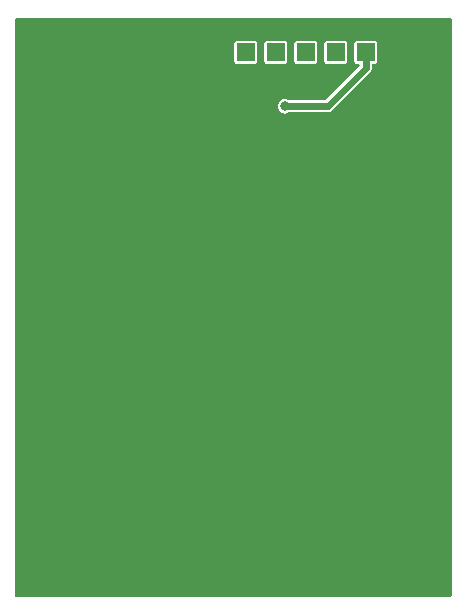
<source format=gbr>
%TF.GenerationSoftware,KiCad,Pcbnew,6.0.4-6f826c9f35~116~ubuntu20.04.1*%
%TF.CreationDate,2023-08-03T19:42:45+00:00*%
%TF.ProjectId,SPACEDOS02B_PCB02A,53504143-4544-44f5-9330-32425f504342,REV*%
%TF.SameCoordinates,Original*%
%TF.FileFunction,Copper,L1,Top*%
%TF.FilePolarity,Positive*%
%FSLAX46Y46*%
G04 Gerber Fmt 4.6, Leading zero omitted, Abs format (unit mm)*
G04 Created by KiCad (PCBNEW 6.0.4-6f826c9f35~116~ubuntu20.04.1) date 2023-08-03 19:42:45*
%MOMM*%
%LPD*%
G01*
G04 APERTURE LIST*
%TA.AperFunction,ComponentPad*%
%ADD10R,1.524000X1.524000*%
%TD*%
%TA.AperFunction,ViaPad*%
%ADD11C,0.800000*%
%TD*%
%TA.AperFunction,Conductor*%
%ADD12C,0.600000*%
%TD*%
G04 APERTURE END LIST*
D10*
%TO.P,J21,1*%
%TO.N,Net-(J21-Pad1)*%
X146491000Y-66578000D03*
%TD*%
%TO.P,J23,1*%
%TO.N,Net-(J23-Pad1)*%
X143951000Y-66578000D03*
%TD*%
%TO.P,J24,1*%
%TO.N,/cpu/SD_VDD3*%
X149031000Y-66578000D03*
%TD*%
%TO.P,J25,1*%
%TO.N,Net-(J25-Pad1)*%
X138871000Y-66578000D03*
%TD*%
%TO.P,J26,1*%
%TO.N,Net-(J26-Pad1)*%
X141411000Y-66578000D03*
%TD*%
%TO.P,J27,1*%
%TO.N,GND*%
X151571000Y-66578000D03*
%TD*%
D11*
%TO.N,/cpu/SD_VDD3*%
X142173000Y-71150000D03*
%TD*%
D12*
%TO.N,/cpu/SD_VDD3*%
X142738685Y-71150000D02*
X142173000Y-71150000D01*
X149031000Y-66578000D02*
X149031000Y-67940000D01*
X145821000Y-71150000D02*
X142738685Y-71150000D01*
X149031000Y-67940000D02*
X145821000Y-71150000D01*
%TD*%
%TA.AperFunction,Conductor*%
%TO.N,GND*%
G36*
X156247121Y-63694002D02*
G01*
X156293614Y-63747658D01*
X156305000Y-63800000D01*
X156305000Y-112548000D01*
X156284998Y-112616121D01*
X156231342Y-112662614D01*
X156179000Y-112674000D01*
X119431000Y-112674000D01*
X119362879Y-112653998D01*
X119316386Y-112600342D01*
X119305000Y-112548000D01*
X119305000Y-71150000D01*
X141567318Y-71150000D01*
X141587956Y-71306762D01*
X141648464Y-71452841D01*
X141744718Y-71578282D01*
X141870159Y-71674536D01*
X142016238Y-71735044D01*
X142173000Y-71755682D01*
X142181188Y-71754604D01*
X142321574Y-71736122D01*
X142329762Y-71735044D01*
X142475841Y-71674536D01*
X142482396Y-71669506D01*
X142486077Y-71667381D01*
X142549078Y-71650500D01*
X145750819Y-71650500D01*
X145762704Y-71651828D01*
X145762745Y-71651318D01*
X145771691Y-71652038D01*
X145780447Y-71654019D01*
X145833263Y-71650742D01*
X145841067Y-71650500D01*
X145856940Y-71650500D01*
X145867052Y-71649052D01*
X145877106Y-71648022D01*
X145905097Y-71646285D01*
X145923538Y-71645141D01*
X145931982Y-71642093D01*
X145935694Y-71641324D01*
X145950399Y-71637657D01*
X145954027Y-71636596D01*
X145962918Y-71635323D01*
X146005282Y-71616061D01*
X146014637Y-71612254D01*
X146049943Y-71599509D01*
X146049947Y-71599507D01*
X146058387Y-71596460D01*
X146065635Y-71591165D01*
X146068975Y-71589389D01*
X146082089Y-71581726D01*
X146085261Y-71579697D01*
X146093428Y-71575984D01*
X146100223Y-71570129D01*
X146100226Y-71570127D01*
X146128675Y-71545613D01*
X146136596Y-71539324D01*
X146143402Y-71534352D01*
X146147336Y-71531478D01*
X146158079Y-71520735D01*
X146164926Y-71514377D01*
X146195237Y-71488259D01*
X146202037Y-71482400D01*
X146206920Y-71474866D01*
X146212819Y-71468104D01*
X146212824Y-71468108D01*
X146221800Y-71457014D01*
X149335280Y-68343534D01*
X149344624Y-68336068D01*
X149344292Y-68335678D01*
X149351128Y-68329860D01*
X149358720Y-68325070D01*
X149393756Y-68285399D01*
X149399102Y-68279712D01*
X149410321Y-68268493D01*
X149416450Y-68260316D01*
X149422832Y-68252477D01*
X149447684Y-68224337D01*
X149447685Y-68224336D01*
X149453623Y-68217612D01*
X149457434Y-68209494D01*
X149459506Y-68206341D01*
X149467329Y-68193320D01*
X149469141Y-68190011D01*
X149474527Y-68182824D01*
X149490857Y-68139263D01*
X149494784Y-68129943D01*
X149510737Y-68095964D01*
X149514553Y-68087837D01*
X149515934Y-68078965D01*
X149517042Y-68075342D01*
X149520888Y-68060683D01*
X149521701Y-68056986D01*
X149524852Y-68048580D01*
X149528302Y-68002157D01*
X149529453Y-67992139D01*
X149531500Y-67978991D01*
X149531500Y-67963796D01*
X149531846Y-67954459D01*
X149534811Y-67914556D01*
X149535476Y-67905608D01*
X149533603Y-67896832D01*
X149532992Y-67887875D01*
X149532998Y-67887875D01*
X149531500Y-67873682D01*
X149531500Y-67666500D01*
X149551502Y-67598379D01*
X149605158Y-67551886D01*
X149657500Y-67540500D01*
X149812748Y-67540500D01*
X149818816Y-67539293D01*
X149859061Y-67531288D01*
X149859062Y-67531288D01*
X149871231Y-67528867D01*
X149937552Y-67484552D01*
X149981867Y-67418231D01*
X149993500Y-67359748D01*
X149993500Y-65796252D01*
X149981867Y-65737769D01*
X149937552Y-65671448D01*
X149871231Y-65627133D01*
X149859062Y-65624712D01*
X149859061Y-65624712D01*
X149818816Y-65616707D01*
X149812748Y-65615500D01*
X148249252Y-65615500D01*
X148243184Y-65616707D01*
X148202939Y-65624712D01*
X148202938Y-65624712D01*
X148190769Y-65627133D01*
X148124448Y-65671448D01*
X148080133Y-65737769D01*
X148068500Y-65796252D01*
X148068500Y-67359748D01*
X148080133Y-67418231D01*
X148124448Y-67484552D01*
X148190769Y-67528867D01*
X148202938Y-67531288D01*
X148202939Y-67531288D01*
X148243184Y-67539293D01*
X148249252Y-67540500D01*
X148404500Y-67540500D01*
X148472621Y-67560502D01*
X148519114Y-67614158D01*
X148530500Y-67666500D01*
X148530500Y-67680496D01*
X148510498Y-67748617D01*
X148493595Y-67769591D01*
X145650591Y-70612595D01*
X145588279Y-70646621D01*
X145561496Y-70649500D01*
X142549078Y-70649500D01*
X142486077Y-70632619D01*
X142482396Y-70630494D01*
X142475841Y-70625464D01*
X142329762Y-70564956D01*
X142173000Y-70544318D01*
X142016238Y-70564956D01*
X141870159Y-70625464D01*
X141744718Y-70721718D01*
X141648464Y-70847159D01*
X141587956Y-70993238D01*
X141567318Y-71150000D01*
X119305000Y-71150000D01*
X119305000Y-67359748D01*
X137908500Y-67359748D01*
X137920133Y-67418231D01*
X137964448Y-67484552D01*
X138030769Y-67528867D01*
X138042938Y-67531288D01*
X138042939Y-67531288D01*
X138083184Y-67539293D01*
X138089252Y-67540500D01*
X139652748Y-67540500D01*
X139658816Y-67539293D01*
X139699061Y-67531288D01*
X139699062Y-67531288D01*
X139711231Y-67528867D01*
X139777552Y-67484552D01*
X139821867Y-67418231D01*
X139833500Y-67359748D01*
X140448500Y-67359748D01*
X140460133Y-67418231D01*
X140504448Y-67484552D01*
X140570769Y-67528867D01*
X140582938Y-67531288D01*
X140582939Y-67531288D01*
X140623184Y-67539293D01*
X140629252Y-67540500D01*
X142192748Y-67540500D01*
X142198816Y-67539293D01*
X142239061Y-67531288D01*
X142239062Y-67531288D01*
X142251231Y-67528867D01*
X142317552Y-67484552D01*
X142361867Y-67418231D01*
X142373500Y-67359748D01*
X142988500Y-67359748D01*
X143000133Y-67418231D01*
X143044448Y-67484552D01*
X143110769Y-67528867D01*
X143122938Y-67531288D01*
X143122939Y-67531288D01*
X143163184Y-67539293D01*
X143169252Y-67540500D01*
X144732748Y-67540500D01*
X144738816Y-67539293D01*
X144779061Y-67531288D01*
X144779062Y-67531288D01*
X144791231Y-67528867D01*
X144857552Y-67484552D01*
X144901867Y-67418231D01*
X144913500Y-67359748D01*
X145528500Y-67359748D01*
X145540133Y-67418231D01*
X145584448Y-67484552D01*
X145650769Y-67528867D01*
X145662938Y-67531288D01*
X145662939Y-67531288D01*
X145703184Y-67539293D01*
X145709252Y-67540500D01*
X147272748Y-67540500D01*
X147278816Y-67539293D01*
X147319061Y-67531288D01*
X147319062Y-67531288D01*
X147331231Y-67528867D01*
X147397552Y-67484552D01*
X147441867Y-67418231D01*
X147453500Y-67359748D01*
X147453500Y-65796252D01*
X147441867Y-65737769D01*
X147397552Y-65671448D01*
X147331231Y-65627133D01*
X147319062Y-65624712D01*
X147319061Y-65624712D01*
X147278816Y-65616707D01*
X147272748Y-65615500D01*
X145709252Y-65615500D01*
X145703184Y-65616707D01*
X145662939Y-65624712D01*
X145662938Y-65624712D01*
X145650769Y-65627133D01*
X145584448Y-65671448D01*
X145540133Y-65737769D01*
X145528500Y-65796252D01*
X145528500Y-67359748D01*
X144913500Y-67359748D01*
X144913500Y-65796252D01*
X144901867Y-65737769D01*
X144857552Y-65671448D01*
X144791231Y-65627133D01*
X144779062Y-65624712D01*
X144779061Y-65624712D01*
X144738816Y-65616707D01*
X144732748Y-65615500D01*
X143169252Y-65615500D01*
X143163184Y-65616707D01*
X143122939Y-65624712D01*
X143122938Y-65624712D01*
X143110769Y-65627133D01*
X143044448Y-65671448D01*
X143000133Y-65737769D01*
X142988500Y-65796252D01*
X142988500Y-67359748D01*
X142373500Y-67359748D01*
X142373500Y-65796252D01*
X142361867Y-65737769D01*
X142317552Y-65671448D01*
X142251231Y-65627133D01*
X142239062Y-65624712D01*
X142239061Y-65624712D01*
X142198816Y-65616707D01*
X142192748Y-65615500D01*
X140629252Y-65615500D01*
X140623184Y-65616707D01*
X140582939Y-65624712D01*
X140582938Y-65624712D01*
X140570769Y-65627133D01*
X140504448Y-65671448D01*
X140460133Y-65737769D01*
X140448500Y-65796252D01*
X140448500Y-67359748D01*
X139833500Y-67359748D01*
X139833500Y-65796252D01*
X139821867Y-65737769D01*
X139777552Y-65671448D01*
X139711231Y-65627133D01*
X139699062Y-65624712D01*
X139699061Y-65624712D01*
X139658816Y-65616707D01*
X139652748Y-65615500D01*
X138089252Y-65615500D01*
X138083184Y-65616707D01*
X138042939Y-65624712D01*
X138042938Y-65624712D01*
X138030769Y-65627133D01*
X137964448Y-65671448D01*
X137920133Y-65737769D01*
X137908500Y-65796252D01*
X137908500Y-67359748D01*
X119305000Y-67359748D01*
X119305000Y-63800000D01*
X119325002Y-63731879D01*
X119378658Y-63685386D01*
X119431000Y-63674000D01*
X156179000Y-63674000D01*
X156247121Y-63694002D01*
G37*
%TD.AperFunction*%
%TD*%
M02*

</source>
